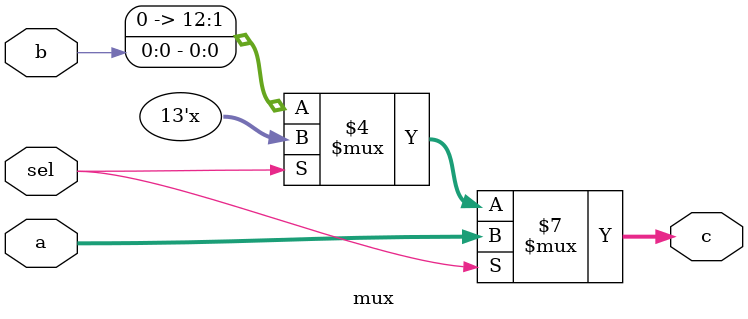
<source format=v>

module mux(
input sel,
input [12:0] a ,
input  b ,
output reg[12:0] c 
);

always@(*)begin
if(sel==1)begin
c <= a ;
end
else if(sel==0) begin
c <= b ;
end
end
endmodule

</source>
